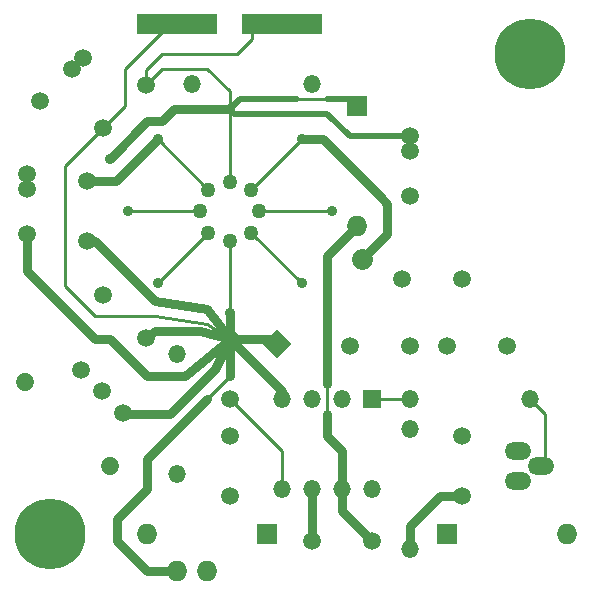
<source format=gtl>
G04 (created by PCBNEW (22-Jun-2014 BZR 4027)-stable) date Fri 15 Dec 2017 03:30:48 AM CST*
%MOIN*%
G04 Gerber Fmt 3.4, Leading zero omitted, Abs format*
%FSLAX34Y34*%
G01*
G70*
G90*
G04 APERTURE LIST*
%ADD10C,0.00590551*%
%ADD11O,0.0885X0.059*%
%ADD12O,0.059X0.059*%
%ADD13C,0.059*%
%ADD14R,0.069X0.069*%
%ADD15O,0.069X0.069*%
%ADD16C,0.069*%
%ADD17C,0.059*%
%ADD18C,0.05*%
%ADD19R,0.059X0.059*%
%ADD20R,0.269X0.069*%
%ADD21C,0.23622*%
%ADD22C,0.035*%
%ADD23C,0.01*%
%ADD24C,0.03*%
%ADD25C,0.02*%
G04 APERTURE END LIST*
G54D10*
G54D11*
X95352Y-40500D03*
X96147Y-41000D03*
X95352Y-41500D03*
G54D12*
X91750Y-38750D03*
X95750Y-38750D03*
X91750Y-43750D03*
X91750Y-39750D03*
X84000Y-41250D03*
X84000Y-37250D03*
X84500Y-28250D03*
X88500Y-28250D03*
G54D13*
X81750Y-41000D02*
X81750Y-41000D01*
X78921Y-38171D02*
X78921Y-38171D01*
G54D14*
X93000Y-43250D03*
G54D15*
X97000Y-43250D03*
G54D10*
G36*
X87335Y-36426D02*
X87823Y-36914D01*
X87335Y-37402D01*
X86847Y-36914D01*
X87335Y-36426D01*
X87335Y-36426D01*
G37*
G54D16*
X90164Y-34085D02*
X90164Y-34085D01*
G54D14*
X90000Y-29000D03*
G54D15*
X90000Y-33000D03*
G54D14*
X87000Y-43250D03*
G54D15*
X83000Y-43250D03*
G54D17*
X91750Y-37000D03*
X89750Y-37000D03*
X93500Y-42000D03*
X93500Y-40000D03*
X85750Y-42000D03*
X85750Y-40000D03*
X82957Y-28292D03*
X81542Y-29707D03*
X95000Y-37000D03*
X93000Y-37000D03*
X88500Y-43500D03*
X90500Y-43500D03*
X81542Y-35292D03*
X82957Y-36707D03*
X85750Y-38750D03*
X85750Y-36750D03*
X81000Y-31500D03*
X81000Y-33500D03*
X93500Y-34750D03*
X91500Y-34750D03*
G54D18*
X85042Y-31792D03*
X86457Y-31792D03*
X86739Y-32500D03*
X85750Y-31510D03*
X86457Y-33207D03*
X85750Y-33489D03*
X85042Y-33207D03*
X84760Y-32500D03*
G54D19*
X90500Y-38750D03*
G54D12*
X89500Y-38750D03*
X88500Y-38750D03*
X87500Y-38750D03*
X87500Y-41750D03*
X88500Y-41750D03*
X90500Y-41750D03*
X89500Y-41750D03*
G54D20*
X87500Y-26250D03*
X84000Y-26250D03*
G54D15*
X85000Y-44500D03*
X84000Y-44500D03*
G54D21*
X95750Y-27250D03*
X79750Y-43250D03*
G54D17*
X80792Y-37792D03*
X82207Y-39207D03*
X81500Y-38500D03*
X80853Y-27396D03*
X79439Y-28810D03*
X80500Y-27750D03*
X91750Y-30000D03*
X91750Y-32000D03*
X91750Y-30500D03*
X79000Y-31250D03*
X79000Y-33250D03*
X79000Y-31750D03*
G54D22*
X89150Y-32500D03*
X88150Y-30100D03*
X83350Y-34900D03*
X83350Y-30100D03*
X88150Y-34900D03*
X82350Y-32500D03*
X81750Y-30750D03*
X85750Y-29100D03*
X85750Y-35900D03*
G54D23*
X86739Y-32500D02*
X89150Y-32500D01*
G54D24*
X88500Y-41750D02*
X88500Y-43500D01*
X90750Y-32000D02*
X91000Y-32250D01*
X91000Y-33250D02*
X90164Y-34085D01*
X91000Y-32250D02*
X91000Y-33250D01*
X88150Y-30100D02*
X88850Y-30100D01*
G54D23*
X86457Y-31792D02*
X88150Y-30100D01*
G54D24*
X88850Y-30100D02*
X90750Y-32000D01*
G54D23*
X83350Y-34900D02*
X85042Y-33207D01*
X95750Y-38750D02*
X96250Y-39250D01*
X96250Y-40750D02*
X96000Y-41000D01*
X96250Y-39250D02*
X96250Y-40750D01*
X90500Y-38750D02*
X91750Y-38750D01*
G54D24*
X89500Y-41750D02*
X89500Y-40500D01*
X89000Y-34000D02*
X90000Y-33000D01*
X89000Y-40000D02*
X89000Y-39250D01*
G54D23*
X89000Y-39250D02*
X89000Y-38250D01*
G54D24*
X89000Y-38250D02*
X89000Y-34000D01*
X89500Y-40500D02*
X89000Y-40000D01*
X89500Y-41750D02*
X89500Y-42500D01*
X89500Y-42500D02*
X90500Y-43500D01*
X81000Y-31500D02*
X81950Y-31500D01*
X81950Y-31500D02*
X83350Y-30100D01*
G54D23*
X83350Y-30100D02*
X85042Y-31792D01*
G54D24*
X91750Y-43750D02*
X91750Y-43000D01*
X92750Y-42000D02*
X93500Y-42000D01*
X91750Y-43000D02*
X92750Y-42000D01*
G54D23*
X86457Y-33207D02*
X88150Y-34900D01*
X82350Y-32500D02*
X84760Y-32500D01*
X79439Y-28810D02*
X79500Y-28750D01*
X85750Y-38750D02*
X87500Y-40500D01*
X87500Y-40500D02*
X87500Y-41750D01*
G54D24*
X85750Y-29100D02*
X83900Y-29100D01*
X83000Y-29500D02*
X81750Y-30750D01*
X83500Y-29500D02*
X83000Y-29500D01*
X83900Y-29100D02*
X83500Y-29500D01*
G54D23*
X82957Y-28292D02*
X82957Y-27792D01*
X82957Y-27792D02*
X83500Y-27250D01*
X86500Y-26750D02*
X86500Y-26250D01*
X86000Y-27250D02*
X86500Y-26750D01*
X83500Y-27250D02*
X86000Y-27250D01*
X91750Y-30000D02*
X91750Y-30500D01*
X85750Y-29100D02*
X85750Y-28500D01*
X83500Y-27750D02*
X82957Y-28292D01*
X85000Y-27750D02*
X83500Y-27750D01*
X85750Y-28500D02*
X85000Y-27750D01*
X85750Y-29100D02*
X85900Y-29250D01*
G54D25*
X89750Y-30000D02*
X91750Y-30000D01*
X89000Y-29250D02*
X89750Y-30000D01*
X88750Y-29250D02*
X89000Y-29250D01*
X85900Y-29250D02*
X88750Y-29250D01*
X85750Y-29100D02*
X86100Y-28750D01*
X89750Y-28750D02*
X90000Y-29000D01*
X86100Y-28750D02*
X88000Y-28750D01*
G54D23*
X88000Y-28750D02*
X89000Y-28750D01*
G54D25*
X89000Y-28750D02*
X89750Y-28750D01*
G54D23*
X85750Y-29100D02*
X85750Y-31510D01*
X85000Y-26250D02*
X83750Y-26250D01*
X82250Y-29000D02*
X81542Y-29707D01*
X82250Y-27750D02*
X82250Y-29000D01*
X83750Y-26250D02*
X82250Y-27750D01*
G54D24*
X84000Y-44500D02*
X83000Y-44500D01*
X82000Y-43500D02*
X83000Y-44500D01*
X82000Y-42750D02*
X82000Y-43500D01*
X83000Y-41750D02*
X82000Y-42750D01*
X83000Y-40750D02*
X83000Y-41750D01*
X85750Y-37500D02*
X85750Y-36750D01*
G54D23*
X85750Y-38000D02*
X85000Y-38750D01*
G54D24*
X85000Y-38750D02*
X83250Y-40500D01*
X83250Y-40500D02*
X83000Y-40750D01*
X85750Y-37500D02*
X85750Y-38000D01*
X85000Y-35750D02*
X83250Y-35500D01*
X85750Y-36750D02*
X85000Y-35750D01*
G54D23*
X80250Y-33750D02*
X80250Y-34750D01*
X81250Y-36000D02*
X83250Y-36000D01*
X80250Y-35000D02*
X81250Y-36000D01*
X80250Y-34750D02*
X80250Y-35000D01*
G54D24*
X81750Y-36750D02*
X81250Y-36750D01*
X79000Y-34500D02*
X79000Y-33250D01*
X81250Y-36750D02*
X79000Y-34500D01*
X85750Y-36750D02*
X84750Y-36500D01*
X83250Y-36500D02*
X82957Y-36707D01*
X84750Y-36500D02*
X83250Y-36500D01*
G54D23*
X85750Y-36750D02*
X85000Y-36250D01*
X85000Y-36250D02*
X83250Y-36000D01*
G54D24*
X84250Y-38000D02*
X83000Y-38000D01*
X85750Y-36750D02*
X84250Y-38000D01*
X79000Y-34000D02*
X79000Y-33250D01*
G54D23*
X79000Y-34000D02*
X79000Y-34000D01*
X79000Y-34000D02*
X79000Y-34000D01*
G54D24*
X83000Y-38000D02*
X81750Y-36750D01*
G54D23*
X83000Y-38000D02*
X83000Y-38000D01*
G54D24*
X85250Y-37750D02*
X83750Y-39250D01*
G54D23*
X82207Y-39207D02*
X82250Y-39250D01*
G54D24*
X83250Y-39250D02*
X82250Y-39250D01*
X85250Y-37750D02*
X85750Y-36750D01*
X83750Y-39250D02*
X83250Y-39250D01*
X83250Y-35500D02*
X81250Y-33500D01*
G54D23*
X81250Y-33500D02*
X81000Y-33500D01*
X81542Y-29707D02*
X80250Y-31000D01*
X80250Y-31750D02*
X80250Y-33750D01*
X80250Y-31000D02*
X80250Y-31750D01*
X81000Y-33500D02*
X81250Y-33500D01*
G54D24*
X85750Y-36750D02*
X86500Y-37500D01*
X86500Y-37500D02*
X87000Y-38000D01*
X87000Y-38000D02*
X87250Y-38250D01*
X87250Y-38250D02*
X87500Y-38500D01*
G54D23*
X87500Y-38500D02*
X87500Y-38750D01*
G54D24*
X85750Y-36750D02*
X87171Y-36750D01*
X87171Y-36750D02*
X87335Y-36914D01*
X85750Y-36750D02*
X85750Y-35900D01*
G54D23*
X85750Y-35900D02*
X85750Y-33489D01*
M02*

</source>
